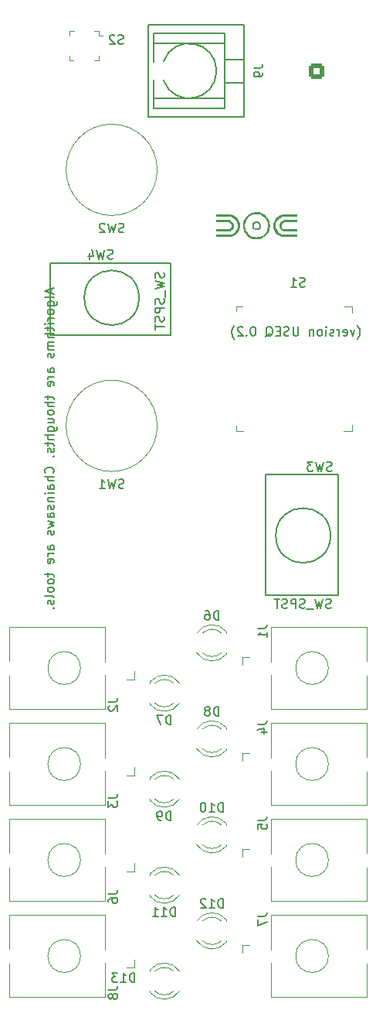
<source format=gbr>
%TF.GenerationSoftware,KiCad,Pcbnew,6.0.2+dfsg-1*%
%TF.CreationDate,2023-09-09T19:36:37+01:00*%
%TF.ProjectId,useq,75736571-2e6b-4696-9361-645f70636258,rev?*%
%TF.SameCoordinates,Original*%
%TF.FileFunction,Legend,Bot*%
%TF.FilePolarity,Positive*%
%FSLAX46Y46*%
G04 Gerber Fmt 4.6, Leading zero omitted, Abs format (unit mm)*
G04 Created by KiCad (PCBNEW 6.0.2+dfsg-1) date 2023-09-09 19:36:37*
%MOMM*%
%LPD*%
G01*
G04 APERTURE LIST*
G04 Aperture macros list*
%AMRoundRect*
0 Rectangle with rounded corners*
0 $1 Rounding radius*
0 $2 $3 $4 $5 $6 $7 $8 $9 X,Y pos of 4 corners*
0 Add a 4 corners polygon primitive as box body*
4,1,4,$2,$3,$4,$5,$6,$7,$8,$9,$2,$3,0*
0 Add four circle primitives for the rounded corners*
1,1,$1+$1,$2,$3*
1,1,$1+$1,$4,$5*
1,1,$1+$1,$6,$7*
1,1,$1+$1,$8,$9*
0 Add four rect primitives between the rounded corners*
20,1,$1+$1,$2,$3,$4,$5,0*
20,1,$1+$1,$4,$5,$6,$7,0*
20,1,$1+$1,$6,$7,$8,$9,0*
20,1,$1+$1,$8,$9,$2,$3,0*%
G04 Aperture macros list end*
%ADD10C,0.150000*%
%ADD11C,0.120000*%
%ADD12C,0.100000*%
%ADD13O,1.700000X1.700000*%
%ADD14R,1.700000X1.700000*%
%ADD15RoundRect,0.250000X-0.600000X-0.600000X0.600000X-0.600000X0.600000X0.600000X-0.600000X0.600000X0*%
%ADD16C,1.700000*%
%ADD17O,3.200000X1.800000*%
%ADD18R,2.200000X3.400000*%
%ADD19R,1.800000X1.800000*%
%ADD20C,1.800000*%
%ADD21R,0.800000X1.700000*%
%ADD22R,1.830000X1.930000*%
%ADD23C,2.130000*%
%ADD24C,3.000000*%
%ADD25C,2.000000*%
%ADD26R,2.800000X3.600000*%
%ADD27O,1.800000X3.200000*%
G04 APERTURE END LIST*
D10*
X150866666Y-49500000D02*
X150866666Y-49976190D01*
X151152380Y-49404761D02*
X150152380Y-49738095D01*
X151152380Y-50071428D01*
X151152380Y-50547619D02*
X151104761Y-50452380D01*
X151009523Y-50404761D01*
X150152380Y-50404761D01*
X150485714Y-51357142D02*
X151295238Y-51357142D01*
X151390476Y-51309523D01*
X151438095Y-51261904D01*
X151485714Y-51166666D01*
X151485714Y-51023809D01*
X151438095Y-50928571D01*
X151104761Y-51357142D02*
X151152380Y-51261904D01*
X151152380Y-51071428D01*
X151104761Y-50976190D01*
X151057142Y-50928571D01*
X150961904Y-50880952D01*
X150676190Y-50880952D01*
X150580952Y-50928571D01*
X150533333Y-50976190D01*
X150485714Y-51071428D01*
X150485714Y-51261904D01*
X150533333Y-51357142D01*
X151152380Y-51976190D02*
X151104761Y-51880952D01*
X151057142Y-51833333D01*
X150961904Y-51785714D01*
X150676190Y-51785714D01*
X150580952Y-51833333D01*
X150533333Y-51880952D01*
X150485714Y-51976190D01*
X150485714Y-52119047D01*
X150533333Y-52214285D01*
X150580952Y-52261904D01*
X150676190Y-52309523D01*
X150961904Y-52309523D01*
X151057142Y-52261904D01*
X151104761Y-52214285D01*
X151152380Y-52119047D01*
X151152380Y-51976190D01*
X151152380Y-52738095D02*
X150485714Y-52738095D01*
X150676190Y-52738095D02*
X150580952Y-52785714D01*
X150533333Y-52833333D01*
X150485714Y-52928571D01*
X150485714Y-53023809D01*
X151152380Y-53357142D02*
X150485714Y-53357142D01*
X150152380Y-53357142D02*
X150200000Y-53309523D01*
X150247619Y-53357142D01*
X150200000Y-53404761D01*
X150152380Y-53357142D01*
X150247619Y-53357142D01*
X150485714Y-53690476D02*
X150485714Y-54071428D01*
X150152380Y-53833333D02*
X151009523Y-53833333D01*
X151104761Y-53880952D01*
X151152380Y-53976190D01*
X151152380Y-54071428D01*
X151152380Y-54404761D02*
X150152380Y-54404761D01*
X151152380Y-54833333D02*
X150628571Y-54833333D01*
X150533333Y-54785714D01*
X150485714Y-54690476D01*
X150485714Y-54547619D01*
X150533333Y-54452380D01*
X150580952Y-54404761D01*
X151152380Y-55309523D02*
X150485714Y-55309523D01*
X150580952Y-55309523D02*
X150533333Y-55357142D01*
X150485714Y-55452380D01*
X150485714Y-55595238D01*
X150533333Y-55690476D01*
X150628571Y-55738095D01*
X151152380Y-55738095D01*
X150628571Y-55738095D02*
X150533333Y-55785714D01*
X150485714Y-55880952D01*
X150485714Y-56023809D01*
X150533333Y-56119047D01*
X150628571Y-56166666D01*
X151152380Y-56166666D01*
X151104761Y-56595238D02*
X151152380Y-56690476D01*
X151152380Y-56880952D01*
X151104761Y-56976190D01*
X151009523Y-57023809D01*
X150961904Y-57023809D01*
X150866666Y-56976190D01*
X150819047Y-56880952D01*
X150819047Y-56738095D01*
X150771428Y-56642857D01*
X150676190Y-56595238D01*
X150628571Y-56595238D01*
X150533333Y-56642857D01*
X150485714Y-56738095D01*
X150485714Y-56880952D01*
X150533333Y-56976190D01*
X151152380Y-58642857D02*
X150628571Y-58642857D01*
X150533333Y-58595238D01*
X150485714Y-58500000D01*
X150485714Y-58309523D01*
X150533333Y-58214285D01*
X151104761Y-58642857D02*
X151152380Y-58547619D01*
X151152380Y-58309523D01*
X151104761Y-58214285D01*
X151009523Y-58166666D01*
X150914285Y-58166666D01*
X150819047Y-58214285D01*
X150771428Y-58309523D01*
X150771428Y-58547619D01*
X150723809Y-58642857D01*
X151152380Y-59119047D02*
X150485714Y-59119047D01*
X150676190Y-59119047D02*
X150580952Y-59166666D01*
X150533333Y-59214285D01*
X150485714Y-59309523D01*
X150485714Y-59404761D01*
X151104761Y-60119047D02*
X151152380Y-60023809D01*
X151152380Y-59833333D01*
X151104761Y-59738095D01*
X151009523Y-59690476D01*
X150628571Y-59690476D01*
X150533333Y-59738095D01*
X150485714Y-59833333D01*
X150485714Y-60023809D01*
X150533333Y-60119047D01*
X150628571Y-60166666D01*
X150723809Y-60166666D01*
X150819047Y-59690476D01*
X150485714Y-61214285D02*
X150485714Y-61595238D01*
X150152380Y-61357142D02*
X151009523Y-61357142D01*
X151104761Y-61404761D01*
X151152380Y-61500000D01*
X151152380Y-61595238D01*
X151152380Y-61928571D02*
X150152380Y-61928571D01*
X151152380Y-62357142D02*
X150628571Y-62357142D01*
X150533333Y-62309523D01*
X150485714Y-62214285D01*
X150485714Y-62071428D01*
X150533333Y-61976190D01*
X150580952Y-61928571D01*
X151152380Y-62976190D02*
X151104761Y-62880952D01*
X151057142Y-62833333D01*
X150961904Y-62785714D01*
X150676190Y-62785714D01*
X150580952Y-62833333D01*
X150533333Y-62880952D01*
X150485714Y-62976190D01*
X150485714Y-63119047D01*
X150533333Y-63214285D01*
X150580952Y-63261904D01*
X150676190Y-63309523D01*
X150961904Y-63309523D01*
X151057142Y-63261904D01*
X151104761Y-63214285D01*
X151152380Y-63119047D01*
X151152380Y-62976190D01*
X150485714Y-64166666D02*
X151152380Y-64166666D01*
X150485714Y-63738095D02*
X151009523Y-63738095D01*
X151104761Y-63785714D01*
X151152380Y-63880952D01*
X151152380Y-64023809D01*
X151104761Y-64119047D01*
X151057142Y-64166666D01*
X150485714Y-65071428D02*
X151295238Y-65071428D01*
X151390476Y-65023809D01*
X151438095Y-64976190D01*
X151485714Y-64880952D01*
X151485714Y-64738095D01*
X151438095Y-64642857D01*
X151104761Y-65071428D02*
X151152380Y-64976190D01*
X151152380Y-64785714D01*
X151104761Y-64690476D01*
X151057142Y-64642857D01*
X150961904Y-64595238D01*
X150676190Y-64595238D01*
X150580952Y-64642857D01*
X150533333Y-64690476D01*
X150485714Y-64785714D01*
X150485714Y-64976190D01*
X150533333Y-65071428D01*
X151152380Y-65547619D02*
X150152380Y-65547619D01*
X151152380Y-65976190D02*
X150628571Y-65976190D01*
X150533333Y-65928571D01*
X150485714Y-65833333D01*
X150485714Y-65690476D01*
X150533333Y-65595238D01*
X150580952Y-65547619D01*
X150485714Y-66309523D02*
X150485714Y-66690476D01*
X150152380Y-66452380D02*
X151009523Y-66452380D01*
X151104761Y-66499999D01*
X151152380Y-66595238D01*
X151152380Y-66690476D01*
X151104761Y-66976190D02*
X151152380Y-67071428D01*
X151152380Y-67261904D01*
X151104761Y-67357142D01*
X151009523Y-67404761D01*
X150961904Y-67404761D01*
X150866666Y-67357142D01*
X150819047Y-67261904D01*
X150819047Y-67119047D01*
X150771428Y-67023809D01*
X150676190Y-66976190D01*
X150628571Y-66976190D01*
X150533333Y-67023809D01*
X150485714Y-67119047D01*
X150485714Y-67261904D01*
X150533333Y-67357142D01*
X151057142Y-67833333D02*
X151104761Y-67880952D01*
X151152380Y-67833333D01*
X151104761Y-67785714D01*
X151057142Y-67833333D01*
X151152380Y-67833333D01*
X151057142Y-69642857D02*
X151104761Y-69595238D01*
X151152380Y-69452380D01*
X151152380Y-69357142D01*
X151104761Y-69214285D01*
X151009523Y-69119047D01*
X150914285Y-69071428D01*
X150723809Y-69023809D01*
X150580952Y-69023809D01*
X150390476Y-69071428D01*
X150295238Y-69119047D01*
X150200000Y-69214285D01*
X150152380Y-69357142D01*
X150152380Y-69452380D01*
X150200000Y-69595238D01*
X150247619Y-69642857D01*
X151152380Y-70071428D02*
X150152380Y-70071428D01*
X151152380Y-70499999D02*
X150628571Y-70499999D01*
X150533333Y-70452380D01*
X150485714Y-70357142D01*
X150485714Y-70214285D01*
X150533333Y-70119047D01*
X150580952Y-70071428D01*
X151152380Y-71404761D02*
X150628571Y-71404761D01*
X150533333Y-71357142D01*
X150485714Y-71261904D01*
X150485714Y-71071428D01*
X150533333Y-70976190D01*
X151104761Y-71404761D02*
X151152380Y-71309523D01*
X151152380Y-71071428D01*
X151104761Y-70976190D01*
X151009523Y-70928571D01*
X150914285Y-70928571D01*
X150819047Y-70976190D01*
X150771428Y-71071428D01*
X150771428Y-71309523D01*
X150723809Y-71404761D01*
X151152380Y-71880952D02*
X150485714Y-71880952D01*
X150152380Y-71880952D02*
X150200000Y-71833333D01*
X150247619Y-71880952D01*
X150200000Y-71928571D01*
X150152380Y-71880952D01*
X150247619Y-71880952D01*
X150485714Y-72357142D02*
X151152380Y-72357142D01*
X150580952Y-72357142D02*
X150533333Y-72404761D01*
X150485714Y-72499999D01*
X150485714Y-72642857D01*
X150533333Y-72738095D01*
X150628571Y-72785714D01*
X151152380Y-72785714D01*
X151104761Y-73214285D02*
X151152380Y-73309523D01*
X151152380Y-73499999D01*
X151104761Y-73595238D01*
X151009523Y-73642857D01*
X150961904Y-73642857D01*
X150866666Y-73595238D01*
X150819047Y-73499999D01*
X150819047Y-73357142D01*
X150771428Y-73261904D01*
X150676190Y-73214285D01*
X150628571Y-73214285D01*
X150533333Y-73261904D01*
X150485714Y-73357142D01*
X150485714Y-73499999D01*
X150533333Y-73595238D01*
X151152380Y-74499999D02*
X150628571Y-74499999D01*
X150533333Y-74452380D01*
X150485714Y-74357142D01*
X150485714Y-74166666D01*
X150533333Y-74071428D01*
X151104761Y-74499999D02*
X151152380Y-74404761D01*
X151152380Y-74166666D01*
X151104761Y-74071428D01*
X151009523Y-74023809D01*
X150914285Y-74023809D01*
X150819047Y-74071428D01*
X150771428Y-74166666D01*
X150771428Y-74404761D01*
X150723809Y-74499999D01*
X150485714Y-74880952D02*
X151152380Y-75071428D01*
X150676190Y-75261904D01*
X151152380Y-75452380D01*
X150485714Y-75642857D01*
X151104761Y-75976190D02*
X151152380Y-76071428D01*
X151152380Y-76261904D01*
X151104761Y-76357142D01*
X151009523Y-76404761D01*
X150961904Y-76404761D01*
X150866666Y-76357142D01*
X150819047Y-76261904D01*
X150819047Y-76119047D01*
X150771428Y-76023809D01*
X150676190Y-75976190D01*
X150628571Y-75976190D01*
X150533333Y-76023809D01*
X150485714Y-76119047D01*
X150485714Y-76261904D01*
X150533333Y-76357142D01*
X151152380Y-78023809D02*
X150628571Y-78023809D01*
X150533333Y-77976190D01*
X150485714Y-77880952D01*
X150485714Y-77690476D01*
X150533333Y-77595238D01*
X151104761Y-78023809D02*
X151152380Y-77928571D01*
X151152380Y-77690476D01*
X151104761Y-77595238D01*
X151009523Y-77547619D01*
X150914285Y-77547619D01*
X150819047Y-77595238D01*
X150771428Y-77690476D01*
X150771428Y-77928571D01*
X150723809Y-78023809D01*
X151152380Y-78499999D02*
X150485714Y-78499999D01*
X150676190Y-78499999D02*
X150580952Y-78547619D01*
X150533333Y-78595238D01*
X150485714Y-78690476D01*
X150485714Y-78785714D01*
X151104761Y-79499999D02*
X151152380Y-79404761D01*
X151152380Y-79214285D01*
X151104761Y-79119047D01*
X151009523Y-79071428D01*
X150628571Y-79071428D01*
X150533333Y-79119047D01*
X150485714Y-79214285D01*
X150485714Y-79404761D01*
X150533333Y-79499999D01*
X150628571Y-79547619D01*
X150723809Y-79547619D01*
X150819047Y-79071428D01*
X150485714Y-80595238D02*
X150485714Y-80976190D01*
X150152380Y-80738095D02*
X151009523Y-80738095D01*
X151104761Y-80785714D01*
X151152380Y-80880952D01*
X151152380Y-80976190D01*
X151152380Y-81452380D02*
X151104761Y-81357142D01*
X151057142Y-81309523D01*
X150961904Y-81261904D01*
X150676190Y-81261904D01*
X150580952Y-81309523D01*
X150533333Y-81357142D01*
X150485714Y-81452380D01*
X150485714Y-81595238D01*
X150533333Y-81690476D01*
X150580952Y-81738095D01*
X150676190Y-81785714D01*
X150961904Y-81785714D01*
X151057142Y-81738095D01*
X151104761Y-81690476D01*
X151152380Y-81595238D01*
X151152380Y-81452380D01*
X151152380Y-82357142D02*
X151104761Y-82261904D01*
X151057142Y-82214285D01*
X150961904Y-82166666D01*
X150676190Y-82166666D01*
X150580952Y-82214285D01*
X150533333Y-82261904D01*
X150485714Y-82357142D01*
X150485714Y-82499999D01*
X150533333Y-82595238D01*
X150580952Y-82642857D01*
X150676190Y-82690476D01*
X150961904Y-82690476D01*
X151057142Y-82642857D01*
X151104761Y-82595238D01*
X151152380Y-82499999D01*
X151152380Y-82357142D01*
X151152380Y-83261904D02*
X151104761Y-83166666D01*
X151009523Y-83119047D01*
X150152380Y-83119047D01*
X151104761Y-83595238D02*
X151152380Y-83690476D01*
X151152380Y-83880952D01*
X151104761Y-83976190D01*
X151009523Y-84023809D01*
X150961904Y-84023809D01*
X150866666Y-83976190D01*
X150819047Y-83880952D01*
X150819047Y-83738095D01*
X150771428Y-83642857D01*
X150676190Y-83595238D01*
X150628571Y-83595238D01*
X150533333Y-83642857D01*
X150485714Y-83738095D01*
X150485714Y-83880952D01*
X150533333Y-83976190D01*
X151057142Y-84452380D02*
X151104761Y-84499999D01*
X151152380Y-84452380D01*
X151104761Y-84404761D01*
X151057142Y-84452380D01*
X151152380Y-84452380D01*
X184438095Y-55033333D02*
X184485714Y-54985714D01*
X184580952Y-54842857D01*
X184628571Y-54747619D01*
X184676190Y-54604761D01*
X184723809Y-54366666D01*
X184723809Y-54176190D01*
X184676190Y-53938095D01*
X184628571Y-53795238D01*
X184580952Y-53700000D01*
X184485714Y-53557142D01*
X184438095Y-53509523D01*
X184152380Y-53985714D02*
X183914285Y-54652380D01*
X183676190Y-53985714D01*
X182914285Y-54604761D02*
X183009523Y-54652380D01*
X183200000Y-54652380D01*
X183295238Y-54604761D01*
X183342857Y-54509523D01*
X183342857Y-54128571D01*
X183295238Y-54033333D01*
X183200000Y-53985714D01*
X183009523Y-53985714D01*
X182914285Y-54033333D01*
X182866666Y-54128571D01*
X182866666Y-54223809D01*
X183342857Y-54319047D01*
X182438095Y-54652380D02*
X182438095Y-53985714D01*
X182438095Y-54176190D02*
X182390476Y-54080952D01*
X182342857Y-54033333D01*
X182247619Y-53985714D01*
X182152380Y-53985714D01*
X181866666Y-54604761D02*
X181771428Y-54652380D01*
X181580952Y-54652380D01*
X181485714Y-54604761D01*
X181438095Y-54509523D01*
X181438095Y-54461904D01*
X181485714Y-54366666D01*
X181580952Y-54319047D01*
X181723809Y-54319047D01*
X181819047Y-54271428D01*
X181866666Y-54176190D01*
X181866666Y-54128571D01*
X181819047Y-54033333D01*
X181723809Y-53985714D01*
X181580952Y-53985714D01*
X181485714Y-54033333D01*
X181009523Y-54652380D02*
X181009523Y-53985714D01*
X181009523Y-53652380D02*
X181057142Y-53700000D01*
X181009523Y-53747619D01*
X180961904Y-53700000D01*
X181009523Y-53652380D01*
X181009523Y-53747619D01*
X180390476Y-54652380D02*
X180485714Y-54604761D01*
X180533333Y-54557142D01*
X180580952Y-54461904D01*
X180580952Y-54176190D01*
X180533333Y-54080952D01*
X180485714Y-54033333D01*
X180390476Y-53985714D01*
X180247619Y-53985714D01*
X180152380Y-54033333D01*
X180104761Y-54080952D01*
X180057142Y-54176190D01*
X180057142Y-54461904D01*
X180104761Y-54557142D01*
X180152380Y-54604761D01*
X180247619Y-54652380D01*
X180390476Y-54652380D01*
X179628571Y-53985714D02*
X179628571Y-54652380D01*
X179628571Y-54080952D02*
X179580952Y-54033333D01*
X179485714Y-53985714D01*
X179342857Y-53985714D01*
X179247619Y-54033333D01*
X179200000Y-54128571D01*
X179200000Y-54652380D01*
X177961904Y-53652380D02*
X177961904Y-54461904D01*
X177914285Y-54557142D01*
X177866666Y-54604761D01*
X177771428Y-54652380D01*
X177580952Y-54652380D01*
X177485714Y-54604761D01*
X177438095Y-54557142D01*
X177390476Y-54461904D01*
X177390476Y-53652380D01*
X176961904Y-54604761D02*
X176819047Y-54652380D01*
X176580952Y-54652380D01*
X176485714Y-54604761D01*
X176438095Y-54557142D01*
X176390476Y-54461904D01*
X176390476Y-54366666D01*
X176438095Y-54271428D01*
X176485714Y-54223809D01*
X176580952Y-54176190D01*
X176771428Y-54128571D01*
X176866666Y-54080952D01*
X176914285Y-54033333D01*
X176961904Y-53938095D01*
X176961904Y-53842857D01*
X176914285Y-53747619D01*
X176866666Y-53700000D01*
X176771428Y-53652380D01*
X176533333Y-53652380D01*
X176390476Y-53700000D01*
X175961904Y-54128571D02*
X175628571Y-54128571D01*
X175485714Y-54652380D02*
X175961904Y-54652380D01*
X175961904Y-53652380D01*
X175485714Y-53652380D01*
X174390476Y-54747619D02*
X174485714Y-54700000D01*
X174580952Y-54604761D01*
X174723809Y-54461904D01*
X174819047Y-54414285D01*
X174914285Y-54414285D01*
X174866666Y-54652380D02*
X174961904Y-54604761D01*
X175057142Y-54509523D01*
X175104761Y-54319047D01*
X175104761Y-53985714D01*
X175057142Y-53795238D01*
X174961904Y-53700000D01*
X174866666Y-53652380D01*
X174676190Y-53652380D01*
X174580952Y-53700000D01*
X174485714Y-53795238D01*
X174438095Y-53985714D01*
X174438095Y-54319047D01*
X174485714Y-54509523D01*
X174580952Y-54604761D01*
X174676190Y-54652380D01*
X174866666Y-54652380D01*
X173057142Y-53652380D02*
X172961904Y-53652380D01*
X172866666Y-53700000D01*
X172819047Y-53747619D01*
X172771428Y-53842857D01*
X172723809Y-54033333D01*
X172723809Y-54271428D01*
X172771428Y-54461904D01*
X172819047Y-54557142D01*
X172866666Y-54604761D01*
X172961904Y-54652380D01*
X173057142Y-54652380D01*
X173152380Y-54604761D01*
X173200000Y-54557142D01*
X173247619Y-54461904D01*
X173295238Y-54271428D01*
X173295238Y-54033333D01*
X173247619Y-53842857D01*
X173200000Y-53747619D01*
X173152380Y-53700000D01*
X173057142Y-53652380D01*
X172295238Y-54557142D02*
X172247619Y-54604761D01*
X172295238Y-54652380D01*
X172342857Y-54604761D01*
X172295238Y-54557142D01*
X172295238Y-54652380D01*
X171866666Y-53747619D02*
X171819047Y-53700000D01*
X171723809Y-53652380D01*
X171485714Y-53652380D01*
X171390476Y-53700000D01*
X171342857Y-53747619D01*
X171295238Y-53842857D01*
X171295238Y-53938095D01*
X171342857Y-54080952D01*
X171914285Y-54652380D01*
X171295238Y-54652380D01*
X170961904Y-55033333D02*
X170914285Y-54985714D01*
X170819047Y-54842857D01*
X170771428Y-54747619D01*
X170723809Y-54604761D01*
X170676190Y-54366666D01*
X170676190Y-54176190D01*
X170723809Y-53938095D01*
X170771428Y-53795238D01*
X170819047Y-53700000D01*
X170914285Y-53557142D01*
X170961904Y-53509523D01*
%TO.C,SW3*%
X181633333Y-69404761D02*
X181490476Y-69452380D01*
X181252380Y-69452380D01*
X181157142Y-69404761D01*
X181109523Y-69357142D01*
X181061904Y-69261904D01*
X181061904Y-69166666D01*
X181109523Y-69071428D01*
X181157142Y-69023809D01*
X181252380Y-68976190D01*
X181442857Y-68928571D01*
X181538095Y-68880952D01*
X181585714Y-68833333D01*
X181633333Y-68738095D01*
X181633333Y-68642857D01*
X181585714Y-68547619D01*
X181538095Y-68500000D01*
X181442857Y-68452380D01*
X181204761Y-68452380D01*
X181061904Y-68500000D01*
X180728571Y-68452380D02*
X180490476Y-69452380D01*
X180300000Y-68738095D01*
X180109523Y-69452380D01*
X179871428Y-68452380D01*
X179585714Y-68452380D02*
X178966666Y-68452380D01*
X179300000Y-68833333D01*
X179157142Y-68833333D01*
X179061904Y-68880952D01*
X179014285Y-68928571D01*
X178966666Y-69023809D01*
X178966666Y-69261904D01*
X179014285Y-69357142D01*
X179061904Y-69404761D01*
X179157142Y-69452380D01*
X179442857Y-69452380D01*
X179538095Y-69404761D01*
X179585714Y-69357142D01*
X181571428Y-84404761D02*
X181428571Y-84452380D01*
X181190476Y-84452380D01*
X181095238Y-84404761D01*
X181047619Y-84357142D01*
X181000000Y-84261904D01*
X181000000Y-84166666D01*
X181047619Y-84071428D01*
X181095238Y-84023809D01*
X181190476Y-83976190D01*
X181380952Y-83928571D01*
X181476190Y-83880952D01*
X181523809Y-83833333D01*
X181571428Y-83738095D01*
X181571428Y-83642857D01*
X181523809Y-83547619D01*
X181476190Y-83500000D01*
X181380952Y-83452380D01*
X181142857Y-83452380D01*
X181000000Y-83500000D01*
X180666666Y-83452380D02*
X180428571Y-84452380D01*
X180238095Y-83738095D01*
X180047619Y-84452380D01*
X179809523Y-83452380D01*
X179666666Y-84547619D02*
X178904761Y-84547619D01*
X178714285Y-84404761D02*
X178571428Y-84452380D01*
X178333333Y-84452380D01*
X178238095Y-84404761D01*
X178190476Y-84357142D01*
X178142857Y-84261904D01*
X178142857Y-84166666D01*
X178190476Y-84071428D01*
X178238095Y-84023809D01*
X178333333Y-83976190D01*
X178523809Y-83928571D01*
X178619047Y-83880952D01*
X178666666Y-83833333D01*
X178714285Y-83738095D01*
X178714285Y-83642857D01*
X178666666Y-83547619D01*
X178619047Y-83500000D01*
X178523809Y-83452380D01*
X178285714Y-83452380D01*
X178142857Y-83500000D01*
X177714285Y-84452380D02*
X177714285Y-83452380D01*
X177333333Y-83452380D01*
X177238095Y-83500000D01*
X177190476Y-83547619D01*
X177142857Y-83642857D01*
X177142857Y-83785714D01*
X177190476Y-83880952D01*
X177238095Y-83928571D01*
X177333333Y-83976190D01*
X177714285Y-83976190D01*
X176761904Y-84404761D02*
X176619047Y-84452380D01*
X176380952Y-84452380D01*
X176285714Y-84404761D01*
X176238095Y-84357142D01*
X176190476Y-84261904D01*
X176190476Y-84166666D01*
X176238095Y-84071428D01*
X176285714Y-84023809D01*
X176380952Y-83976190D01*
X176571428Y-83928571D01*
X176666666Y-83880952D01*
X176714285Y-83833333D01*
X176761904Y-83738095D01*
X176761904Y-83642857D01*
X176714285Y-83547619D01*
X176666666Y-83500000D01*
X176571428Y-83452380D01*
X176333333Y-83452380D01*
X176190476Y-83500000D01*
X175904761Y-83452380D02*
X175333333Y-83452380D01*
X175619047Y-84452380D02*
X175619047Y-83452380D01*
%TO.C,SW2*%
X158833333Y-43304761D02*
X158690476Y-43352380D01*
X158452380Y-43352380D01*
X158357142Y-43304761D01*
X158309523Y-43257142D01*
X158261904Y-43161904D01*
X158261904Y-43066666D01*
X158309523Y-42971428D01*
X158357142Y-42923809D01*
X158452380Y-42876190D01*
X158642857Y-42828571D01*
X158738095Y-42780952D01*
X158785714Y-42733333D01*
X158833333Y-42638095D01*
X158833333Y-42542857D01*
X158785714Y-42447619D01*
X158738095Y-42400000D01*
X158642857Y-42352380D01*
X158404761Y-42352380D01*
X158261904Y-42400000D01*
X157928571Y-42352380D02*
X157690476Y-43352380D01*
X157500000Y-42638095D01*
X157309523Y-43352380D01*
X157071428Y-42352380D01*
X156738095Y-42447619D02*
X156690476Y-42400000D01*
X156595238Y-42352380D01*
X156357142Y-42352380D01*
X156261904Y-42400000D01*
X156214285Y-42447619D01*
X156166666Y-42542857D01*
X156166666Y-42638095D01*
X156214285Y-42780952D01*
X156785714Y-43352380D01*
X156166666Y-43352380D01*
%TO.C,D12*%
X169719285Y-117242380D02*
X169719285Y-116242380D01*
X169481190Y-116242380D01*
X169338333Y-116290000D01*
X169243095Y-116385238D01*
X169195476Y-116480476D01*
X169147857Y-116670952D01*
X169147857Y-116813809D01*
X169195476Y-117004285D01*
X169243095Y-117099523D01*
X169338333Y-117194761D01*
X169481190Y-117242380D01*
X169719285Y-117242380D01*
X168195476Y-117242380D02*
X168766904Y-117242380D01*
X168481190Y-117242380D02*
X168481190Y-116242380D01*
X168576428Y-116385238D01*
X168671666Y-116480476D01*
X168766904Y-116528095D01*
X167814523Y-116337619D02*
X167766904Y-116290000D01*
X167671666Y-116242380D01*
X167433571Y-116242380D01*
X167338333Y-116290000D01*
X167290714Y-116337619D01*
X167243095Y-116432857D01*
X167243095Y-116528095D01*
X167290714Y-116670952D01*
X167862142Y-117242380D01*
X167243095Y-117242380D01*
%TO.C,D6*%
X169243095Y-85742380D02*
X169243095Y-84742380D01*
X169005000Y-84742380D01*
X168862142Y-84790000D01*
X168766904Y-84885238D01*
X168719285Y-84980476D01*
X168671666Y-85170952D01*
X168671666Y-85313809D01*
X168719285Y-85504285D01*
X168766904Y-85599523D01*
X168862142Y-85694761D01*
X169005000Y-85742380D01*
X169243095Y-85742380D01*
X167814523Y-84742380D02*
X168005000Y-84742380D01*
X168100238Y-84790000D01*
X168147857Y-84837619D01*
X168243095Y-84980476D01*
X168290714Y-85170952D01*
X168290714Y-85551904D01*
X168243095Y-85647142D01*
X168195476Y-85694761D01*
X168100238Y-85742380D01*
X167909761Y-85742380D01*
X167814523Y-85694761D01*
X167766904Y-85647142D01*
X167719285Y-85551904D01*
X167719285Y-85313809D01*
X167766904Y-85218571D01*
X167814523Y-85170952D01*
X167909761Y-85123333D01*
X168100238Y-85123333D01*
X168195476Y-85170952D01*
X168243095Y-85218571D01*
X168290714Y-85313809D01*
%TO.C,S2*%
X158761904Y-22704761D02*
X158619047Y-22752380D01*
X158380952Y-22752380D01*
X158285714Y-22704761D01*
X158238095Y-22657142D01*
X158190476Y-22561904D01*
X158190476Y-22466666D01*
X158238095Y-22371428D01*
X158285714Y-22323809D01*
X158380952Y-22276190D01*
X158571428Y-22228571D01*
X158666666Y-22180952D01*
X158714285Y-22133333D01*
X158761904Y-22038095D01*
X158761904Y-21942857D01*
X158714285Y-21847619D01*
X158666666Y-21800000D01*
X158571428Y-21752380D01*
X158333333Y-21752380D01*
X158190476Y-21800000D01*
X157809523Y-21847619D02*
X157761904Y-21800000D01*
X157666666Y-21752380D01*
X157428571Y-21752380D01*
X157333333Y-21800000D01*
X157285714Y-21847619D01*
X157238095Y-21942857D01*
X157238095Y-22038095D01*
X157285714Y-22180952D01*
X157857142Y-22752380D01*
X157238095Y-22752380D01*
%TO.C,SW1*%
X158833333Y-71304761D02*
X158690476Y-71352380D01*
X158452380Y-71352380D01*
X158357142Y-71304761D01*
X158309523Y-71257142D01*
X158261904Y-71161904D01*
X158261904Y-71066666D01*
X158309523Y-70971428D01*
X158357142Y-70923809D01*
X158452380Y-70876190D01*
X158642857Y-70828571D01*
X158738095Y-70780952D01*
X158785714Y-70733333D01*
X158833333Y-70638095D01*
X158833333Y-70542857D01*
X158785714Y-70447619D01*
X158738095Y-70400000D01*
X158642857Y-70352380D01*
X158404761Y-70352380D01*
X158261904Y-70400000D01*
X157928571Y-70352380D02*
X157690476Y-71352380D01*
X157500000Y-70638095D01*
X157309523Y-71352380D01*
X157071428Y-70352380D01*
X156166666Y-71352380D02*
X156738095Y-71352380D01*
X156452380Y-71352380D02*
X156452380Y-70352380D01*
X156547619Y-70495238D01*
X156642857Y-70590476D01*
X156738095Y-70638095D01*
%TO.C,J7*%
X173532380Y-118136666D02*
X174246666Y-118136666D01*
X174389523Y-118089047D01*
X174484761Y-117993809D01*
X174532380Y-117850952D01*
X174532380Y-117755714D01*
X173532380Y-118517619D02*
X173532380Y-119184285D01*
X174532380Y-118755714D01*
%TO.C,D13*%
X160014285Y-125352380D02*
X160014285Y-124352380D01*
X159776190Y-124352380D01*
X159633333Y-124400000D01*
X159538095Y-124495238D01*
X159490476Y-124590476D01*
X159442857Y-124780952D01*
X159442857Y-124923809D01*
X159490476Y-125114285D01*
X159538095Y-125209523D01*
X159633333Y-125304761D01*
X159776190Y-125352380D01*
X160014285Y-125352380D01*
X158490476Y-125352380D02*
X159061904Y-125352380D01*
X158776190Y-125352380D02*
X158776190Y-124352380D01*
X158871428Y-124495238D01*
X158966666Y-124590476D01*
X159061904Y-124638095D01*
X158157142Y-124352380D02*
X157538095Y-124352380D01*
X157871428Y-124733333D01*
X157728571Y-124733333D01*
X157633333Y-124780952D01*
X157585714Y-124828571D01*
X157538095Y-124923809D01*
X157538095Y-125161904D01*
X157585714Y-125257142D01*
X157633333Y-125304761D01*
X157728571Y-125352380D01*
X158014285Y-125352380D01*
X158109523Y-125304761D01*
X158157142Y-125257142D01*
%TO.C,J4*%
X173532380Y-97136666D02*
X174246666Y-97136666D01*
X174389523Y-97089047D01*
X174484761Y-96993809D01*
X174532380Y-96850952D01*
X174532380Y-96755714D01*
X173865714Y-98041428D02*
X174532380Y-98041428D01*
X173484761Y-97803333D02*
X174199047Y-97565238D01*
X174199047Y-98184285D01*
%TO.C,D7*%
X164008095Y-97162380D02*
X164008095Y-96162380D01*
X163770000Y-96162380D01*
X163627142Y-96210000D01*
X163531904Y-96305238D01*
X163484285Y-96400476D01*
X163436666Y-96590952D01*
X163436666Y-96733809D01*
X163484285Y-96924285D01*
X163531904Y-97019523D01*
X163627142Y-97114761D01*
X163770000Y-97162380D01*
X164008095Y-97162380D01*
X163103333Y-96162380D02*
X162436666Y-96162380D01*
X162865238Y-97162380D01*
%TO.C,J3*%
X157152380Y-105196666D02*
X157866666Y-105196666D01*
X158009523Y-105149047D01*
X158104761Y-105053809D01*
X158152380Y-104910952D01*
X158152380Y-104815714D01*
X157152380Y-105577619D02*
X157152380Y-106196666D01*
X157533333Y-105863333D01*
X157533333Y-106006190D01*
X157580952Y-106101428D01*
X157628571Y-106149047D01*
X157723809Y-106196666D01*
X157961904Y-106196666D01*
X158057142Y-106149047D01*
X158104761Y-106101428D01*
X158152380Y-106006190D01*
X158152380Y-105720476D01*
X158104761Y-105625238D01*
X158057142Y-105577619D01*
%TO.C,D9*%
X164008095Y-107662380D02*
X164008095Y-106662380D01*
X163770000Y-106662380D01*
X163627142Y-106710000D01*
X163531904Y-106805238D01*
X163484285Y-106900476D01*
X163436666Y-107090952D01*
X163436666Y-107233809D01*
X163484285Y-107424285D01*
X163531904Y-107519523D01*
X163627142Y-107614761D01*
X163770000Y-107662380D01*
X164008095Y-107662380D01*
X162960476Y-107662380D02*
X162770000Y-107662380D01*
X162674761Y-107614761D01*
X162627142Y-107567142D01*
X162531904Y-107424285D01*
X162484285Y-107233809D01*
X162484285Y-106852857D01*
X162531904Y-106757619D01*
X162579523Y-106710000D01*
X162674761Y-106662380D01*
X162865238Y-106662380D01*
X162960476Y-106710000D01*
X163008095Y-106757619D01*
X163055714Y-106852857D01*
X163055714Y-107090952D01*
X163008095Y-107186190D01*
X162960476Y-107233809D01*
X162865238Y-107281428D01*
X162674761Y-107281428D01*
X162579523Y-107233809D01*
X162531904Y-107186190D01*
X162484285Y-107090952D01*
%TO.C,J9*%
X173072380Y-25341666D02*
X173786666Y-25341666D01*
X173929523Y-25294047D01*
X174024761Y-25198809D01*
X174072380Y-25055952D01*
X174072380Y-24960714D01*
X174072380Y-25865476D02*
X174072380Y-26055952D01*
X174024761Y-26151190D01*
X173977142Y-26198809D01*
X173834285Y-26294047D01*
X173643809Y-26341666D01*
X173262857Y-26341666D01*
X173167619Y-26294047D01*
X173120000Y-26246428D01*
X173072380Y-26151190D01*
X173072380Y-25960714D01*
X173120000Y-25865476D01*
X173167619Y-25817857D01*
X173262857Y-25770238D01*
X173500952Y-25770238D01*
X173596190Y-25817857D01*
X173643809Y-25865476D01*
X173691428Y-25960714D01*
X173691428Y-26151190D01*
X173643809Y-26246428D01*
X173596190Y-26294047D01*
X173500952Y-26341666D01*
%TO.C,J1*%
X173532380Y-86636666D02*
X174246666Y-86636666D01*
X174389523Y-86589047D01*
X174484761Y-86493809D01*
X174532380Y-86350952D01*
X174532380Y-86255714D01*
X174532380Y-87636666D02*
X174532380Y-87065238D01*
X174532380Y-87350952D02*
X173532380Y-87350952D01*
X173675238Y-87255714D01*
X173770476Y-87160476D01*
X173818095Y-87065238D01*
%TO.C,J8*%
X157152380Y-126196666D02*
X157866666Y-126196666D01*
X158009523Y-126149047D01*
X158104761Y-126053809D01*
X158152380Y-125910952D01*
X158152380Y-125815714D01*
X157580952Y-126815714D02*
X157533333Y-126720476D01*
X157485714Y-126672857D01*
X157390476Y-126625238D01*
X157342857Y-126625238D01*
X157247619Y-126672857D01*
X157200000Y-126720476D01*
X157152380Y-126815714D01*
X157152380Y-127006190D01*
X157200000Y-127101428D01*
X157247619Y-127149047D01*
X157342857Y-127196666D01*
X157390476Y-127196666D01*
X157485714Y-127149047D01*
X157533333Y-127101428D01*
X157580952Y-127006190D01*
X157580952Y-126815714D01*
X157628571Y-126720476D01*
X157676190Y-126672857D01*
X157771428Y-126625238D01*
X157961904Y-126625238D01*
X158057142Y-126672857D01*
X158104761Y-126720476D01*
X158152380Y-126815714D01*
X158152380Y-127006190D01*
X158104761Y-127101428D01*
X158057142Y-127149047D01*
X157961904Y-127196666D01*
X157771428Y-127196666D01*
X157676190Y-127149047D01*
X157628571Y-127101428D01*
X157580952Y-127006190D01*
%TO.C,J6*%
X157152380Y-115696666D02*
X157866666Y-115696666D01*
X158009523Y-115649047D01*
X158104761Y-115553809D01*
X158152380Y-115410952D01*
X158152380Y-115315714D01*
X157152380Y-116601428D02*
X157152380Y-116410952D01*
X157200000Y-116315714D01*
X157247619Y-116268095D01*
X157390476Y-116172857D01*
X157580952Y-116125238D01*
X157961904Y-116125238D01*
X158057142Y-116172857D01*
X158104761Y-116220476D01*
X158152380Y-116315714D01*
X158152380Y-116506190D01*
X158104761Y-116601428D01*
X158057142Y-116649047D01*
X157961904Y-116696666D01*
X157723809Y-116696666D01*
X157628571Y-116649047D01*
X157580952Y-116601428D01*
X157533333Y-116506190D01*
X157533333Y-116315714D01*
X157580952Y-116220476D01*
X157628571Y-116172857D01*
X157723809Y-116125238D01*
%TO.C,D11*%
X164484285Y-118162380D02*
X164484285Y-117162380D01*
X164246190Y-117162380D01*
X164103333Y-117210000D01*
X164008095Y-117305238D01*
X163960476Y-117400476D01*
X163912857Y-117590952D01*
X163912857Y-117733809D01*
X163960476Y-117924285D01*
X164008095Y-118019523D01*
X164103333Y-118114761D01*
X164246190Y-118162380D01*
X164484285Y-118162380D01*
X162960476Y-118162380D02*
X163531904Y-118162380D01*
X163246190Y-118162380D02*
X163246190Y-117162380D01*
X163341428Y-117305238D01*
X163436666Y-117400476D01*
X163531904Y-117448095D01*
X162008095Y-118162380D02*
X162579523Y-118162380D01*
X162293809Y-118162380D02*
X162293809Y-117162380D01*
X162389047Y-117305238D01*
X162484285Y-117400476D01*
X162579523Y-117448095D01*
%TO.C,D10*%
X169719285Y-106742380D02*
X169719285Y-105742380D01*
X169481190Y-105742380D01*
X169338333Y-105790000D01*
X169243095Y-105885238D01*
X169195476Y-105980476D01*
X169147857Y-106170952D01*
X169147857Y-106313809D01*
X169195476Y-106504285D01*
X169243095Y-106599523D01*
X169338333Y-106694761D01*
X169481190Y-106742380D01*
X169719285Y-106742380D01*
X168195476Y-106742380D02*
X168766904Y-106742380D01*
X168481190Y-106742380D02*
X168481190Y-105742380D01*
X168576428Y-105885238D01*
X168671666Y-105980476D01*
X168766904Y-106028095D01*
X167576428Y-105742380D02*
X167481190Y-105742380D01*
X167385952Y-105790000D01*
X167338333Y-105837619D01*
X167290714Y-105932857D01*
X167243095Y-106123333D01*
X167243095Y-106361428D01*
X167290714Y-106551904D01*
X167338333Y-106647142D01*
X167385952Y-106694761D01*
X167481190Y-106742380D01*
X167576428Y-106742380D01*
X167671666Y-106694761D01*
X167719285Y-106647142D01*
X167766904Y-106551904D01*
X167814523Y-106361428D01*
X167814523Y-106123333D01*
X167766904Y-105932857D01*
X167719285Y-105837619D01*
X167671666Y-105790000D01*
X167576428Y-105742380D01*
%TO.C,S1*%
X178686904Y-49254761D02*
X178544047Y-49302380D01*
X178305952Y-49302380D01*
X178210714Y-49254761D01*
X178163095Y-49207142D01*
X178115476Y-49111904D01*
X178115476Y-49016666D01*
X178163095Y-48921428D01*
X178210714Y-48873809D01*
X178305952Y-48826190D01*
X178496428Y-48778571D01*
X178591666Y-48730952D01*
X178639285Y-48683333D01*
X178686904Y-48588095D01*
X178686904Y-48492857D01*
X178639285Y-48397619D01*
X178591666Y-48350000D01*
X178496428Y-48302380D01*
X178258333Y-48302380D01*
X178115476Y-48350000D01*
X177163095Y-49302380D02*
X177734523Y-49302380D01*
X177448809Y-49302380D02*
X177448809Y-48302380D01*
X177544047Y-48445238D01*
X177639285Y-48540476D01*
X177734523Y-48588095D01*
%TO.C,J2*%
X157152380Y-94696666D02*
X157866666Y-94696666D01*
X158009523Y-94649047D01*
X158104761Y-94553809D01*
X158152380Y-94410952D01*
X158152380Y-94315714D01*
X157247619Y-95125238D02*
X157200000Y-95172857D01*
X157152380Y-95268095D01*
X157152380Y-95506190D01*
X157200000Y-95601428D01*
X157247619Y-95649047D01*
X157342857Y-95696666D01*
X157438095Y-95696666D01*
X157580952Y-95649047D01*
X158152380Y-95077619D01*
X158152380Y-95696666D01*
%TO.C,D8*%
X169243095Y-96242380D02*
X169243095Y-95242380D01*
X169005000Y-95242380D01*
X168862142Y-95290000D01*
X168766904Y-95385238D01*
X168719285Y-95480476D01*
X168671666Y-95670952D01*
X168671666Y-95813809D01*
X168719285Y-96004285D01*
X168766904Y-96099523D01*
X168862142Y-96194761D01*
X169005000Y-96242380D01*
X169243095Y-96242380D01*
X168100238Y-95670952D02*
X168195476Y-95623333D01*
X168243095Y-95575714D01*
X168290714Y-95480476D01*
X168290714Y-95432857D01*
X168243095Y-95337619D01*
X168195476Y-95290000D01*
X168100238Y-95242380D01*
X167909761Y-95242380D01*
X167814523Y-95290000D01*
X167766904Y-95337619D01*
X167719285Y-95432857D01*
X167719285Y-95480476D01*
X167766904Y-95575714D01*
X167814523Y-95623333D01*
X167909761Y-95670952D01*
X168100238Y-95670952D01*
X168195476Y-95718571D01*
X168243095Y-95766190D01*
X168290714Y-95861428D01*
X168290714Y-96051904D01*
X168243095Y-96147142D01*
X168195476Y-96194761D01*
X168100238Y-96242380D01*
X167909761Y-96242380D01*
X167814523Y-96194761D01*
X167766904Y-96147142D01*
X167719285Y-96051904D01*
X167719285Y-95861428D01*
X167766904Y-95766190D01*
X167814523Y-95718571D01*
X167909761Y-95670952D01*
%TO.C,SW4*%
X157633333Y-46204761D02*
X157490476Y-46252380D01*
X157252380Y-46252380D01*
X157157142Y-46204761D01*
X157109523Y-46157142D01*
X157061904Y-46061904D01*
X157061904Y-45966666D01*
X157109523Y-45871428D01*
X157157142Y-45823809D01*
X157252380Y-45776190D01*
X157442857Y-45728571D01*
X157538095Y-45680952D01*
X157585714Y-45633333D01*
X157633333Y-45538095D01*
X157633333Y-45442857D01*
X157585714Y-45347619D01*
X157538095Y-45300000D01*
X157442857Y-45252380D01*
X157204761Y-45252380D01*
X157061904Y-45300000D01*
X156728571Y-45252380D02*
X156490476Y-46252380D01*
X156300000Y-45538095D01*
X156109523Y-46252380D01*
X155871428Y-45252380D01*
X155061904Y-45585714D02*
X155061904Y-46252380D01*
X155300000Y-45204761D02*
X155538095Y-45919047D01*
X154919047Y-45919047D01*
X163204761Y-47728571D02*
X163252380Y-47871428D01*
X163252380Y-48109523D01*
X163204761Y-48204761D01*
X163157142Y-48252380D01*
X163061904Y-48300000D01*
X162966666Y-48300000D01*
X162871428Y-48252380D01*
X162823809Y-48204761D01*
X162776190Y-48109523D01*
X162728571Y-47919047D01*
X162680952Y-47823809D01*
X162633333Y-47776190D01*
X162538095Y-47728571D01*
X162442857Y-47728571D01*
X162347619Y-47776190D01*
X162300000Y-47823809D01*
X162252380Y-47919047D01*
X162252380Y-48157142D01*
X162300000Y-48300000D01*
X162252380Y-48633333D02*
X163252380Y-48871428D01*
X162538095Y-49061904D01*
X163252380Y-49252380D01*
X162252380Y-49490476D01*
X163347619Y-49633333D02*
X163347619Y-50395238D01*
X163204761Y-50585714D02*
X163252380Y-50728571D01*
X163252380Y-50966666D01*
X163204761Y-51061904D01*
X163157142Y-51109523D01*
X163061904Y-51157142D01*
X162966666Y-51157142D01*
X162871428Y-51109523D01*
X162823809Y-51061904D01*
X162776190Y-50966666D01*
X162728571Y-50776190D01*
X162680952Y-50680952D01*
X162633333Y-50633333D01*
X162538095Y-50585714D01*
X162442857Y-50585714D01*
X162347619Y-50633333D01*
X162300000Y-50680952D01*
X162252380Y-50776190D01*
X162252380Y-51014285D01*
X162300000Y-51157142D01*
X163252380Y-51585714D02*
X162252380Y-51585714D01*
X162252380Y-51966666D01*
X162300000Y-52061904D01*
X162347619Y-52109523D01*
X162442857Y-52157142D01*
X162585714Y-52157142D01*
X162680952Y-52109523D01*
X162728571Y-52061904D01*
X162776190Y-51966666D01*
X162776190Y-51585714D01*
X163204761Y-52538095D02*
X163252380Y-52680952D01*
X163252380Y-52919047D01*
X163204761Y-53014285D01*
X163157142Y-53061904D01*
X163061904Y-53109523D01*
X162966666Y-53109523D01*
X162871428Y-53061904D01*
X162823809Y-53014285D01*
X162776190Y-52919047D01*
X162728571Y-52728571D01*
X162680952Y-52633333D01*
X162633333Y-52585714D01*
X162538095Y-52538095D01*
X162442857Y-52538095D01*
X162347619Y-52585714D01*
X162300000Y-52633333D01*
X162252380Y-52728571D01*
X162252380Y-52966666D01*
X162300000Y-53109523D01*
X162252380Y-53395238D02*
X162252380Y-53966666D01*
X163252380Y-53680952D02*
X162252380Y-53680952D01*
%TO.C,J5*%
X173532380Y-107636666D02*
X174246666Y-107636666D01*
X174389523Y-107589047D01*
X174484761Y-107493809D01*
X174532380Y-107350952D01*
X174532380Y-107255714D01*
X173532380Y-108589047D02*
X173532380Y-108112857D01*
X174008571Y-108065238D01*
X173960952Y-108112857D01*
X173913333Y-108208095D01*
X173913333Y-108446190D01*
X173960952Y-108541428D01*
X174008571Y-108589047D01*
X174103809Y-108636666D01*
X174341904Y-108636666D01*
X174437142Y-108589047D01*
X174484761Y-108541428D01*
X174532380Y-108446190D01*
X174532380Y-108208095D01*
X174484761Y-108112857D01*
X174437142Y-108065238D01*
%TO.C,SW3*%
X174400000Y-69800000D02*
X174400000Y-83000000D01*
X174400000Y-83000000D02*
X182300000Y-83000000D01*
X182300000Y-83000000D02*
X182300000Y-69800000D01*
X182300000Y-69800000D02*
X174400000Y-69800000D01*
X181500417Y-76500000D02*
G75*
G03*
X181500417Y-76500000I-3000417J0D01*
G01*
D11*
%TO.C,SW2*%
X162500000Y-36500000D02*
G75*
G03*
X162500000Y-36500000I-5000000J0D01*
G01*
%TO.C,D12*%
X170065000Y-120830000D02*
X170065000Y-120986000D01*
X170065000Y-118514000D02*
X170065000Y-118670000D01*
X166832665Y-120828608D02*
G75*
G03*
X170065000Y-120985516I1672335J1078609D01*
G01*
X169545961Y-118670000D02*
G75*
G03*
X167463870Y-118670163I-1040961J-1080000D01*
G01*
X167463870Y-120829837D02*
G75*
G03*
X169545961Y-120830000I1041130J1079837D01*
G01*
X170065000Y-118514484D02*
G75*
G03*
X166832665Y-118671392I-1560000J-1235517D01*
G01*
%TO.C,D6*%
X170065000Y-87014000D02*
X170065000Y-87170000D01*
X170065000Y-89330000D02*
X170065000Y-89486000D01*
X167463870Y-89329837D02*
G75*
G03*
X169545961Y-89330000I1041130J1079837D01*
G01*
X170065000Y-87014484D02*
G75*
G03*
X166832665Y-87171392I-1560000J-1235517D01*
G01*
X169545961Y-87170000D02*
G75*
G03*
X167463870Y-87170163I-1040961J-1080000D01*
G01*
X166832665Y-89328608D02*
G75*
G03*
X170065000Y-89485516I1672335J1078609D01*
G01*
D12*
%TO.C,S2*%
X156100000Y-24500000D02*
X155600000Y-24500000D01*
X152900000Y-21300000D02*
X152900000Y-21800000D01*
X152900000Y-24500000D02*
X152900000Y-24000000D01*
X156100000Y-21800000D02*
X156500000Y-21800000D01*
X152900000Y-21300000D02*
X153400000Y-21300000D01*
X156100000Y-21300000D02*
X155600000Y-21300000D01*
X156100000Y-21300000D02*
X156100000Y-21800000D01*
X156100000Y-24500000D02*
X156100000Y-24000000D01*
X152900000Y-24500000D02*
X153300000Y-24500000D01*
%TO.C,G\u002A\u002A\u002A*%
G36*
X169692223Y-41989304D02*
G01*
X170443051Y-41994402D01*
X170560201Y-42052096D01*
X170670159Y-42120580D01*
X170776871Y-42224459D01*
X170858211Y-42351400D01*
X170875247Y-42393050D01*
X170899223Y-42497098D01*
X170907144Y-42613416D01*
X170898605Y-42728983D01*
X170873197Y-42830778D01*
X170869033Y-42841517D01*
X170803110Y-42961094D01*
X170709695Y-43065314D01*
X170594575Y-43148872D01*
X170463535Y-43206462D01*
X170443073Y-43211238D01*
X170401753Y-43216621D01*
X170341735Y-43221000D01*
X170260285Y-43224459D01*
X170154669Y-43227081D01*
X170022152Y-43228948D01*
X169860001Y-43230145D01*
X169665480Y-43230754D01*
X168941396Y-43231928D01*
X168941396Y-42986178D01*
X169637114Y-42986178D01*
X169827594Y-42985824D01*
X169994207Y-42984659D01*
X170129858Y-42982624D01*
X170236658Y-42979659D01*
X170316720Y-42975705D01*
X170372157Y-42970701D01*
X170405082Y-42964590D01*
X170414600Y-42961463D01*
X170485411Y-42923427D01*
X170553957Y-42865142D01*
X170609844Y-42796912D01*
X170642677Y-42729041D01*
X170655656Y-42663469D01*
X170654489Y-42552648D01*
X170625804Y-42450176D01*
X170572459Y-42361766D01*
X170497309Y-42293131D01*
X170403210Y-42249984D01*
X170388499Y-42247314D01*
X170334916Y-42242729D01*
X170249740Y-42238848D01*
X170135275Y-42235726D01*
X169993820Y-42233419D01*
X169827678Y-42231983D01*
X169639150Y-42231473D01*
X168941396Y-42231375D01*
X168941396Y-41984205D01*
X169692223Y-41989304D01*
G37*
G36*
X177858604Y-41614447D02*
G01*
X177073082Y-41621186D01*
X177068307Y-41621227D01*
X176878827Y-41622985D01*
X176720989Y-41624806D01*
X176591406Y-41626835D01*
X176486693Y-41629218D01*
X176403462Y-41632099D01*
X176338327Y-41635625D01*
X176287902Y-41639941D01*
X176248799Y-41645192D01*
X176217633Y-41651524D01*
X176191016Y-41659082D01*
X176138702Y-41677539D01*
X175972038Y-41759218D01*
X175823529Y-41868008D01*
X175696825Y-42000290D01*
X175595575Y-42152447D01*
X175523428Y-42320861D01*
X175493903Y-42451772D01*
X175482201Y-42597077D01*
X175488760Y-42741706D01*
X175513833Y-42871163D01*
X175534723Y-42935005D01*
X175614018Y-43105830D01*
X175720041Y-43256214D01*
X175850290Y-43383551D01*
X176002264Y-43485233D01*
X176173462Y-43558654D01*
X176177016Y-43559790D01*
X176203754Y-43567161D01*
X176235287Y-43573328D01*
X176274981Y-43578432D01*
X176326206Y-43582616D01*
X176392330Y-43586023D01*
X176476719Y-43588796D01*
X176582744Y-43591077D01*
X176713771Y-43593010D01*
X176873169Y-43594736D01*
X177064306Y-43596399D01*
X177858604Y-43602806D01*
X177858604Y-43846303D01*
X177134520Y-43845955D01*
X177072790Y-43845905D01*
X176881660Y-43845365D01*
X176720753Y-43844067D01*
X176586285Y-43841769D01*
X176474476Y-43838225D01*
X176381541Y-43833194D01*
X176303698Y-43826429D01*
X176237165Y-43817688D01*
X176178158Y-43806727D01*
X176122896Y-43793302D01*
X176067594Y-43777169D01*
X175976242Y-43743767D01*
X175810592Y-43656189D01*
X175657854Y-43539940D01*
X175521948Y-43398780D01*
X175406797Y-43236470D01*
X175316324Y-43056772D01*
X175298556Y-43008475D01*
X175266437Y-42889845D01*
X175243462Y-42760277D01*
X175231822Y-42633880D01*
X175233708Y-42524766D01*
X175242777Y-42451862D01*
X175289759Y-42247812D01*
X175365790Y-42058030D01*
X175468798Y-41885607D01*
X175596708Y-41733635D01*
X175747445Y-41605206D01*
X175918936Y-41503410D01*
X175936045Y-41495159D01*
X175989837Y-41469710D01*
X176038670Y-41448444D01*
X176086185Y-41430951D01*
X176136026Y-41416823D01*
X176191834Y-41405651D01*
X176257251Y-41397028D01*
X176335921Y-41390543D01*
X176431485Y-41385790D01*
X176547585Y-41382358D01*
X176687864Y-41379840D01*
X176855965Y-41377828D01*
X177055529Y-41375911D01*
X177858604Y-41368476D01*
X177858604Y-41614447D01*
G37*
G36*
X169762025Y-41375004D02*
G01*
X170582654Y-41380667D01*
X170723082Y-41428171D01*
X170893776Y-41498621D01*
X171058429Y-41598316D01*
X171207921Y-41726271D01*
X171319637Y-41853219D01*
X171430919Y-42026620D01*
X171516059Y-42222599D01*
X171530483Y-42265228D01*
X171546040Y-42319044D01*
X171556105Y-42371090D01*
X171561847Y-42430583D01*
X171564435Y-42506739D01*
X171565038Y-42608777D01*
X171564784Y-42681876D01*
X171562948Y-42765197D01*
X171558327Y-42828949D01*
X171549751Y-42882348D01*
X171536051Y-42934611D01*
X171516059Y-42994955D01*
X171498861Y-43041749D01*
X171406649Y-43235189D01*
X171289423Y-43404948D01*
X171148674Y-43549681D01*
X170985894Y-43668045D01*
X170802574Y-43758695D01*
X170600207Y-43820287D01*
X170575416Y-43824660D01*
X170524827Y-43830117D01*
X170454563Y-43834600D01*
X170362055Y-43838179D01*
X170244731Y-43840928D01*
X170100018Y-43842918D01*
X169925345Y-43844220D01*
X169718141Y-43844907D01*
X168941396Y-43846303D01*
X168941396Y-43600553D01*
X169700588Y-43600293D01*
X169824612Y-43600168D01*
X169999175Y-43599577D01*
X170143929Y-43598421D01*
X170262148Y-43596601D01*
X170357106Y-43594018D01*
X170432079Y-43590575D01*
X170490340Y-43586171D01*
X170535164Y-43580708D01*
X170569825Y-43574088D01*
X170656184Y-43549283D01*
X170817341Y-43477107D01*
X170961662Y-43377721D01*
X171086223Y-43254865D01*
X171188102Y-43112278D01*
X171264377Y-42953699D01*
X171312124Y-42782868D01*
X171328421Y-42603524D01*
X171317750Y-42462029D01*
X171276713Y-42291550D01*
X171207714Y-42132326D01*
X171113765Y-41988097D01*
X170997877Y-41862599D01*
X170863064Y-41759572D01*
X170712338Y-41682754D01*
X170548711Y-41635883D01*
X170516745Y-41632107D01*
X170446202Y-41627740D01*
X170345349Y-41624033D01*
X170216892Y-41621046D01*
X170063539Y-41618839D01*
X169887998Y-41617470D01*
X169692975Y-41617001D01*
X168941396Y-41617001D01*
X168941396Y-41369340D01*
X169762025Y-41375004D01*
G37*
G36*
X174841882Y-42917461D02*
G01*
X174781200Y-43130180D01*
X174687807Y-43330714D01*
X174562114Y-43518044D01*
X174404531Y-43691151D01*
X174363175Y-43729361D01*
X174183095Y-43868013D01*
X173989317Y-43974393D01*
X173781170Y-44048821D01*
X173557982Y-44091613D01*
X173526073Y-44095336D01*
X173456775Y-44102744D01*
X173404096Y-44105994D01*
X173355170Y-44105037D01*
X173297134Y-44099825D01*
X173217126Y-44090309D01*
X173024407Y-44054418D01*
X172812479Y-43984140D01*
X172617427Y-43885674D01*
X172441381Y-43761419D01*
X172286468Y-43613776D01*
X172154817Y-43445147D01*
X172048558Y-43257932D01*
X171969818Y-43054532D01*
X171920728Y-42837346D01*
X171903415Y-42608777D01*
X171904593Y-42591339D01*
X172126647Y-42591339D01*
X172131886Y-42724287D01*
X172146114Y-42848414D01*
X172168973Y-42951071D01*
X172222862Y-43096663D01*
X172321406Y-43282614D01*
X172445256Y-43447956D01*
X172591743Y-43590210D01*
X172758200Y-43706897D01*
X172941956Y-43795536D01*
X173140345Y-43853649D01*
X173162917Y-43858062D01*
X173368149Y-43878847D01*
X173573336Y-43865823D01*
X173772778Y-43819300D01*
X173875714Y-43781230D01*
X174011719Y-43712359D01*
X174140289Y-43622049D01*
X174270768Y-43504392D01*
X174316336Y-43458537D01*
X174379829Y-43389864D01*
X174428346Y-43328056D01*
X174469447Y-43263041D01*
X174510689Y-43184749D01*
X174537366Y-43128950D01*
X174592377Y-42990389D01*
X174626539Y-42855857D01*
X174642379Y-42713178D01*
X174642425Y-42550172D01*
X174640170Y-42507352D01*
X174611765Y-42302916D01*
X174554014Y-42115909D01*
X174465620Y-41942973D01*
X174345288Y-41780751D01*
X174300402Y-41731511D01*
X174148863Y-41596950D01*
X173982338Y-41490793D01*
X173804453Y-41412994D01*
X173618833Y-41363506D01*
X173429103Y-41342281D01*
X173238887Y-41349273D01*
X173051810Y-41384436D01*
X172871498Y-41447721D01*
X172701574Y-41539082D01*
X172545664Y-41658473D01*
X172407393Y-41805845D01*
X172400266Y-41814990D01*
X172341621Y-41901484D01*
X172281599Y-42006723D01*
X172225982Y-42119130D01*
X172180549Y-42227129D01*
X172151082Y-42319143D01*
X172144569Y-42349578D01*
X172130756Y-42462220D01*
X172126647Y-42591339D01*
X171904593Y-42591339D01*
X171918179Y-42390142D01*
X171964846Y-42173759D01*
X172041298Y-41970726D01*
X172145369Y-41783468D01*
X172274890Y-41614409D01*
X172427696Y-41465972D01*
X172601618Y-41340582D01*
X172794489Y-41240662D01*
X173004142Y-41168635D01*
X173228409Y-41126927D01*
X173443749Y-41117379D01*
X173663746Y-41139891D01*
X173873524Y-41195903D01*
X174072494Y-41285204D01*
X174260069Y-41407582D01*
X174435660Y-41562824D01*
X174490934Y-41620831D01*
X174624812Y-41784969D01*
X174727100Y-41953236D01*
X174800278Y-42131207D01*
X174846822Y-42324457D01*
X174869210Y-42538563D01*
X174869227Y-42550172D01*
X174869443Y-42693576D01*
X174841882Y-42917461D01*
G37*
G36*
X177858604Y-42229557D02*
G01*
X177143297Y-42234855D01*
X177015874Y-42235822D01*
X176860793Y-42237168D01*
X176734878Y-42238639D01*
X176634631Y-42240427D01*
X176556555Y-42242724D01*
X176497150Y-42245722D01*
X176452919Y-42249613D01*
X176420365Y-42254588D01*
X176395988Y-42260839D01*
X176376290Y-42268559D01*
X176357775Y-42277939D01*
X176283071Y-42328694D01*
X176211068Y-42409344D01*
X176166602Y-42501897D01*
X176149674Y-42600784D01*
X176160288Y-42700438D01*
X176198446Y-42795289D01*
X176264153Y-42879770D01*
X176357410Y-42948313D01*
X176366721Y-42952806D01*
X176386914Y-42959357D01*
X176415633Y-42964758D01*
X176456202Y-42969155D01*
X176511943Y-42972695D01*
X176586179Y-42975526D01*
X176682233Y-42977794D01*
X176803425Y-42979645D01*
X176953080Y-42981229D01*
X177134520Y-42982690D01*
X177858604Y-42987978D01*
X177858604Y-43233692D01*
X177116966Y-43228422D01*
X176375328Y-43223151D01*
X176274956Y-43176107D01*
X176243125Y-43160109D01*
X176123714Y-43078794D01*
X176024326Y-42975964D01*
X175952101Y-42858640D01*
X175933082Y-42814872D01*
X175913515Y-42754449D01*
X175904138Y-42691077D01*
X175901728Y-42608777D01*
X175904852Y-42540219D01*
X175933931Y-42401730D01*
X175993966Y-42279348D01*
X176085475Y-42171842D01*
X176115815Y-42143958D01*
X176160167Y-42106418D01*
X176204311Y-42075318D01*
X176251777Y-42050055D01*
X176306096Y-42030025D01*
X176370802Y-42014624D01*
X176449423Y-42003248D01*
X176545493Y-41995294D01*
X176662542Y-41990159D01*
X176804102Y-41987238D01*
X176973704Y-41985928D01*
X177174879Y-41985626D01*
X177858604Y-41985626D01*
X177858604Y-42229557D01*
G37*
G36*
X173837460Y-42810643D02*
G01*
X173795947Y-42884651D01*
X173711142Y-42979641D01*
X173604761Y-43049550D01*
X173481734Y-43090501D01*
X173357686Y-43098509D01*
X173241935Y-43075945D01*
X173137832Y-43026964D01*
X173048680Y-42955727D01*
X172977783Y-42866399D01*
X172928446Y-42763144D01*
X172904046Y-42650459D01*
X173070743Y-42650459D01*
X173103716Y-42753598D01*
X173108123Y-42762217D01*
X173152760Y-42825217D01*
X173207132Y-42874310D01*
X173272436Y-42905515D01*
X173357820Y-42925096D01*
X173443068Y-42927187D01*
X173514098Y-42910144D01*
X173540734Y-42896349D01*
X173620303Y-42831572D01*
X173677216Y-42746230D01*
X173707420Y-42648009D01*
X173706861Y-42544596D01*
X173701795Y-42522258D01*
X173664319Y-42443748D01*
X173603296Y-42373476D01*
X173527662Y-42320097D01*
X173446352Y-42292265D01*
X173351498Y-42289407D01*
X173256315Y-42316272D01*
X173172976Y-42375769D01*
X173108509Y-42456833D01*
X173072467Y-42550848D01*
X173070743Y-42650459D01*
X172904046Y-42650459D01*
X172903973Y-42650124D01*
X172907667Y-42531504D01*
X172942834Y-42411446D01*
X172968973Y-42359720D01*
X173042402Y-42263682D01*
X173133412Y-42192352D01*
X173236838Y-42145833D01*
X173347514Y-42124229D01*
X173460276Y-42127645D01*
X173569958Y-42156184D01*
X173671397Y-42209952D01*
X173759426Y-42289051D01*
X173828882Y-42393586D01*
X173858575Y-42475158D01*
X173874905Y-42589931D01*
X173871440Y-42648009D01*
X173867960Y-42706325D01*
X173837460Y-42810643D01*
G37*
D11*
%TO.C,SW1*%
X162500000Y-64500000D02*
G75*
G03*
X162500000Y-64500000I-5000000J0D01*
G01*
%TO.C,J7*%
X185480000Y-127000000D02*
X185480000Y-123300000D01*
X171830000Y-121270000D02*
X171830000Y-122130000D01*
X174980000Y-127000000D02*
X174980000Y-123220000D01*
X174980000Y-118000000D02*
X185480000Y-118000000D01*
X171830000Y-121270000D02*
X172630000Y-121270000D01*
X174980000Y-127000000D02*
X185480000Y-127000000D01*
X185480000Y-121700000D02*
X185480000Y-118000000D01*
X174980000Y-121780000D02*
X174980000Y-118000000D01*
X181280000Y-122500000D02*
G75*
G03*
X181280000Y-122500000I-1800000J0D01*
G01*
%TO.C,D13*%
X161710000Y-126486000D02*
X161710000Y-126330000D01*
X161710000Y-124170000D02*
X161710000Y-124014000D01*
X161710000Y-126485516D02*
G75*
G03*
X164942335Y-126328608I1560000J1235517D01*
G01*
X164311130Y-124170163D02*
G75*
G03*
X162229039Y-124170000I-1041130J-1079837D01*
G01*
X164942335Y-124171392D02*
G75*
G03*
X161710000Y-124014484I-1672335J-1078609D01*
G01*
X162229039Y-126330000D02*
G75*
G03*
X164311130Y-126329837I1040961J1080000D01*
G01*
%TO.C,J4*%
X171830000Y-100270000D02*
X171830000Y-101130000D01*
X185480000Y-100700000D02*
X185480000Y-97000000D01*
X174980000Y-100780000D02*
X174980000Y-97000000D01*
X171830000Y-100270000D02*
X172630000Y-100270000D01*
X174980000Y-97000000D02*
X185480000Y-97000000D01*
X174980000Y-106000000D02*
X174980000Y-102220000D01*
X185480000Y-106000000D02*
X185480000Y-102300000D01*
X174980000Y-106000000D02*
X185480000Y-106000000D01*
X181280000Y-101500000D02*
G75*
G03*
X181280000Y-101500000I-1800000J0D01*
G01*
%TO.C,D7*%
X161710000Y-92670000D02*
X161710000Y-92514000D01*
X161710000Y-94986000D02*
X161710000Y-94830000D01*
X161710000Y-94985516D02*
G75*
G03*
X164942335Y-94828608I1560000J1235517D01*
G01*
X162229039Y-94830000D02*
G75*
G03*
X164311130Y-94829837I1040961J1080000D01*
G01*
X164311130Y-92670163D02*
G75*
G03*
X162229039Y-92670000I-1041130J-1079837D01*
G01*
X164942335Y-92671392D02*
G75*
G03*
X161710000Y-92514484I-1672335J-1078609D01*
G01*
%TO.C,J3*%
X146300000Y-97000000D02*
X146300000Y-100700000D01*
X156800000Y-106000000D02*
X146300000Y-106000000D01*
X156800000Y-102220000D02*
X156800000Y-106000000D01*
X159950000Y-102730000D02*
X159950000Y-101870000D01*
X159950000Y-102730000D02*
X159150000Y-102730000D01*
X156800000Y-97000000D02*
X156800000Y-100780000D01*
X156800000Y-97000000D02*
X146300000Y-97000000D01*
X146300000Y-102300000D02*
X146300000Y-106000000D01*
X154100000Y-101500000D02*
G75*
G03*
X154100000Y-101500000I-1800000J0D01*
G01*
%TO.C,D9*%
X161710000Y-105486000D02*
X161710000Y-105330000D01*
X161710000Y-103170000D02*
X161710000Y-103014000D01*
X164311130Y-103170163D02*
G75*
G03*
X162229039Y-103170000I-1041130J-1079837D01*
G01*
X164942335Y-103171392D02*
G75*
G03*
X161710000Y-103014484I-1672335J-1078609D01*
G01*
X162229039Y-105330000D02*
G75*
G03*
X164311130Y-105329837I1040961J1080000D01*
G01*
X161710000Y-105485516D02*
G75*
G03*
X164942335Y-105328608I1560000J1235517D01*
G01*
D10*
%TO.C,J9*%
X162100000Y-24675000D02*
X162100000Y-21575000D01*
X169900000Y-22675000D02*
X162100000Y-22675000D01*
X162100000Y-29775000D02*
X162100000Y-26675000D01*
X172000000Y-30675000D02*
X172000000Y-20675000D01*
X169900000Y-29775000D02*
X162100000Y-29775000D01*
X169900000Y-28675000D02*
X162100000Y-28675000D01*
X172000000Y-24405000D02*
X169900000Y-24405000D01*
X172000000Y-20675000D02*
X161500000Y-20675000D01*
X169900000Y-21575000D02*
X162100000Y-21575000D01*
X172000000Y-26945000D02*
X169900000Y-26945000D01*
X169900000Y-29775000D02*
X169900000Y-21575000D01*
X161500000Y-30675000D02*
X161500000Y-20675000D01*
X172000000Y-30675000D02*
X161500000Y-30675000D01*
X169000000Y-25675000D02*
G75*
G03*
X163180922Y-24648940I-3000000J0D01*
G01*
X163180922Y-26701060D02*
G75*
G03*
X169000000Y-25675000I2819078J1026060D01*
G01*
D11*
%TO.C,J1*%
X185480000Y-90200000D02*
X185480000Y-86500000D01*
X174980000Y-95500000D02*
X174980000Y-91720000D01*
X174980000Y-95500000D02*
X185480000Y-95500000D01*
X171830000Y-89770000D02*
X171830000Y-90630000D01*
X185480000Y-95500000D02*
X185480000Y-91800000D01*
X171830000Y-89770000D02*
X172630000Y-89770000D01*
X174980000Y-86500000D02*
X185480000Y-86500000D01*
X174980000Y-90280000D02*
X174980000Y-86500000D01*
X181280000Y-91000000D02*
G75*
G03*
X181280000Y-91000000I-1800000J0D01*
G01*
%TO.C,J8*%
X156800000Y-118000000D02*
X156800000Y-121780000D01*
X156800000Y-123220000D02*
X156800000Y-127000000D01*
X156800000Y-118000000D02*
X146300000Y-118000000D01*
X159950000Y-123730000D02*
X159150000Y-123730000D01*
X146300000Y-123300000D02*
X146300000Y-127000000D01*
X156800000Y-127000000D02*
X146300000Y-127000000D01*
X159950000Y-123730000D02*
X159950000Y-122870000D01*
X146300000Y-118000000D02*
X146300000Y-121700000D01*
X154100000Y-122500000D02*
G75*
G03*
X154100000Y-122500000I-1800000J0D01*
G01*
%TO.C,J6*%
X146300000Y-112800000D02*
X146300000Y-116500000D01*
X159950000Y-113230000D02*
X159150000Y-113230000D01*
X156800000Y-107500000D02*
X146300000Y-107500000D01*
X156800000Y-107500000D02*
X156800000Y-111280000D01*
X146300000Y-107500000D02*
X146300000Y-111200000D01*
X156800000Y-112720000D02*
X156800000Y-116500000D01*
X156800000Y-116500000D02*
X146300000Y-116500000D01*
X159950000Y-113230000D02*
X159950000Y-112370000D01*
X154100000Y-112000000D02*
G75*
G03*
X154100000Y-112000000I-1800000J0D01*
G01*
%TO.C,D11*%
X161710000Y-113670000D02*
X161710000Y-113514000D01*
X161710000Y-115986000D02*
X161710000Y-115830000D01*
X161710000Y-115985516D02*
G75*
G03*
X164942335Y-115828608I1560000J1235517D01*
G01*
X162229039Y-115830000D02*
G75*
G03*
X164311130Y-115829837I1040961J1080000D01*
G01*
X164311130Y-113670163D02*
G75*
G03*
X162229039Y-113670000I-1041130J-1079837D01*
G01*
X164942335Y-113671392D02*
G75*
G03*
X161710000Y-113514484I-1672335J-1078609D01*
G01*
%TO.C,D10*%
X170065000Y-110330000D02*
X170065000Y-110486000D01*
X170065000Y-108014000D02*
X170065000Y-108170000D01*
X166832665Y-110328608D02*
G75*
G03*
X170065000Y-110485516I1672335J1078609D01*
G01*
X167463870Y-110329837D02*
G75*
G03*
X169545961Y-110330000I1041130J1079837D01*
G01*
X169545961Y-108170000D02*
G75*
G03*
X167463870Y-108170163I-1040961J-1080000D01*
G01*
X170065000Y-108014484D02*
G75*
G03*
X166832665Y-108171392I-1560000J-1235517D01*
G01*
D12*
%TO.C,S1*%
X171125000Y-51425000D02*
X171125000Y-51925000D01*
X183025000Y-51425000D02*
X183875000Y-51425000D01*
X182925000Y-65075000D02*
X183875000Y-65075000D01*
X183875000Y-65075000D02*
X183875000Y-64400000D01*
X171125000Y-65075000D02*
X171925000Y-65075000D01*
X171125000Y-64500000D02*
X171125000Y-65075000D01*
X183875000Y-51425000D02*
X183875000Y-52100000D01*
X171825000Y-51425000D02*
X171125000Y-51425000D01*
D11*
%TO.C,J2*%
X146300000Y-86500000D02*
X146300000Y-90200000D01*
X159950000Y-92230000D02*
X159950000Y-91370000D01*
X156800000Y-86500000D02*
X156800000Y-90280000D01*
X156800000Y-91720000D02*
X156800000Y-95500000D01*
X156800000Y-86500000D02*
X146300000Y-86500000D01*
X159950000Y-92230000D02*
X159150000Y-92230000D01*
X156800000Y-95500000D02*
X146300000Y-95500000D01*
X146300000Y-91800000D02*
X146300000Y-95500000D01*
X154100000Y-91000000D02*
G75*
G03*
X154100000Y-91000000I-1800000J0D01*
G01*
%TO.C,D8*%
X170065000Y-99830000D02*
X170065000Y-99986000D01*
X170065000Y-97514000D02*
X170065000Y-97670000D01*
X169545961Y-97670000D02*
G75*
G03*
X167463870Y-97670163I-1040961J-1080000D01*
G01*
X170065000Y-97514484D02*
G75*
G03*
X166832665Y-97671392I-1560000J-1235517D01*
G01*
X166832665Y-99828608D02*
G75*
G03*
X170065000Y-99985516I1672335J1078609D01*
G01*
X167463870Y-99829837D02*
G75*
G03*
X169545961Y-99830000I1041130J1079837D01*
G01*
D10*
%TO.C,SW4*%
X150800000Y-46700000D02*
X150800000Y-54600000D01*
X164000000Y-46700000D02*
X150800000Y-46700000D01*
X164000000Y-54600000D02*
X164000000Y-46700000D01*
X150800000Y-54600000D02*
X164000000Y-54600000D01*
X160500417Y-50500000D02*
G75*
G03*
X160500417Y-50500000I-3000417J0D01*
G01*
D11*
%TO.C,J5*%
X174980000Y-116500000D02*
X185480000Y-116500000D01*
X185480000Y-116500000D02*
X185480000Y-112800000D01*
X185480000Y-111200000D02*
X185480000Y-107500000D01*
X171830000Y-110770000D02*
X172630000Y-110770000D01*
X174980000Y-111280000D02*
X174980000Y-107500000D01*
X171830000Y-110770000D02*
X171830000Y-111630000D01*
X174980000Y-107500000D02*
X185480000Y-107500000D01*
X174980000Y-116500000D02*
X174980000Y-112720000D01*
X181280000Y-112000000D02*
G75*
G03*
X181280000Y-112000000I-1800000J0D01*
G01*
%TD*%
%LPC*%
D13*
%TO.C,U1*%
X148610000Y-34370000D03*
X148610000Y-36910000D03*
D14*
X148610000Y-39450000D03*
D13*
X148610000Y-41990000D03*
X148610000Y-44530000D03*
X148610000Y-47070000D03*
X148610000Y-49610000D03*
D14*
X148610000Y-52150000D03*
D13*
X148610000Y-54690000D03*
X148610000Y-57230000D03*
X148610000Y-59770000D03*
X148610000Y-62310000D03*
D14*
X148610000Y-64850000D03*
D13*
X148610000Y-67390000D03*
X148610000Y-69930000D03*
X148610000Y-72470000D03*
X148610000Y-75010000D03*
D14*
X148610000Y-77550000D03*
D13*
X148610000Y-80090000D03*
X148610000Y-82630000D03*
X166390000Y-82630000D03*
X166390000Y-80090000D03*
D14*
X166390000Y-77550000D03*
D13*
X166390000Y-75010000D03*
X166390000Y-72470000D03*
X166390000Y-69930000D03*
X166390000Y-67390000D03*
D14*
X166390000Y-64850000D03*
D13*
X166390000Y-62310000D03*
X166390000Y-59770000D03*
X166390000Y-57230000D03*
X166390000Y-54690000D03*
D14*
X166390000Y-52150000D03*
D13*
X166390000Y-49610000D03*
X166390000Y-47070000D03*
X166390000Y-44530000D03*
X166390000Y-41990000D03*
D14*
X166390000Y-39450000D03*
D13*
X166390000Y-36910000D03*
X166390000Y-34370000D03*
%TD*%
D14*
%TO.C,J10*%
X148250000Y-27905000D03*
D13*
X148250000Y-25365000D03*
X148250000Y-22825000D03*
%TD*%
D15*
%TO.C,H1*%
X179997500Y-25710000D03*
D16*
X182537500Y-25710000D03*
X179997500Y-28250000D03*
X182537500Y-28250000D03*
X179997500Y-30790000D03*
X182537500Y-30790000D03*
X179997500Y-33330000D03*
X182537500Y-33330000D03*
X179997500Y-35870000D03*
X182537500Y-35870000D03*
X179997500Y-38410000D03*
X182537500Y-38410000D03*
X179997500Y-40950000D03*
X182537500Y-40950000D03*
X179997500Y-43490000D03*
X182537500Y-43490000D03*
%TD*%
D14*
%TO.C,J11*%
X184350000Y-71530000D03*
D13*
X184350000Y-74070000D03*
X184350000Y-76610000D03*
X184350000Y-79150000D03*
X184350000Y-81690000D03*
%TD*%
D17*
%TO.C,SW3*%
X178400000Y-71800000D03*
X178400000Y-76500000D03*
%TD*%
D18*
%TO.C,SW2*%
X159250000Y-36500000D03*
X155750000Y-36500000D03*
%TD*%
D19*
%TO.C,D12*%
X169775000Y-119750000D03*
D20*
X167235000Y-119750000D03*
%TD*%
D19*
%TO.C,D6*%
X169775000Y-88250000D03*
D20*
X167235000Y-88250000D03*
%TD*%
D21*
%TO.C,S2*%
X156200000Y-22900000D03*
X152800000Y-22900000D03*
%TD*%
D18*
%TO.C,SW1*%
X159250000Y-64500000D03*
X155750000Y-64500000D03*
%TD*%
D22*
%TO.C,J7*%
X173000000Y-122500000D03*
D23*
X184400000Y-122500000D03*
X176100000Y-122500000D03*
%TD*%
D19*
%TO.C,D13*%
X162000000Y-125250000D03*
D20*
X164540000Y-125250000D03*
%TD*%
D22*
%TO.C,J4*%
X173000000Y-101500000D03*
D23*
X184400000Y-101500000D03*
X176100000Y-101500000D03*
%TD*%
D19*
%TO.C,D7*%
X162000000Y-93750000D03*
D20*
X164540000Y-93750000D03*
%TD*%
D22*
%TO.C,J3*%
X158780000Y-101500000D03*
D23*
X147380000Y-101500000D03*
X155680000Y-101500000D03*
%TD*%
D19*
%TO.C,D9*%
X162000000Y-104250000D03*
D20*
X164540000Y-104250000D03*
%TD*%
D24*
%TO.C,J9*%
X166000000Y-25675000D03*
D13*
X159520000Y-25675000D03*
X162620000Y-25675000D03*
X170920000Y-25675000D03*
%TD*%
D22*
%TO.C,J1*%
X173000000Y-91000000D03*
D23*
X184400000Y-91000000D03*
X176100000Y-91000000D03*
%TD*%
D22*
%TO.C,J8*%
X158780000Y-122500000D03*
D23*
X147380000Y-122500000D03*
X155680000Y-122500000D03*
%TD*%
D22*
%TO.C,J6*%
X158780000Y-112000000D03*
D23*
X147380000Y-112000000D03*
X155680000Y-112000000D03*
%TD*%
D19*
%TO.C,D11*%
X162000000Y-114750000D03*
D20*
X164540000Y-114750000D03*
%TD*%
D19*
%TO.C,D10*%
X169775000Y-109250000D03*
D20*
X167235000Y-109250000D03*
%TD*%
D25*
%TO.C,S1*%
X180000000Y-51250000D03*
X175000000Y-51250000D03*
D26*
X171800000Y-58250000D03*
X183200000Y-58250000D03*
D25*
X180000000Y-65750000D03*
X175000000Y-65750000D03*
X177500000Y-65750000D03*
%TD*%
D22*
%TO.C,J2*%
X158780000Y-91000000D03*
D23*
X147380000Y-91000000D03*
X155680000Y-91000000D03*
%TD*%
D19*
%TO.C,D8*%
X169775000Y-98750000D03*
D20*
X167235000Y-98750000D03*
%TD*%
D27*
%TO.C,SW4*%
X152800000Y-50600000D03*
X157500000Y-50600000D03*
%TD*%
D22*
%TO.C,J5*%
X173000000Y-112000000D03*
D23*
X184400000Y-112000000D03*
X176100000Y-112000000D03*
%TD*%
M02*

</source>
